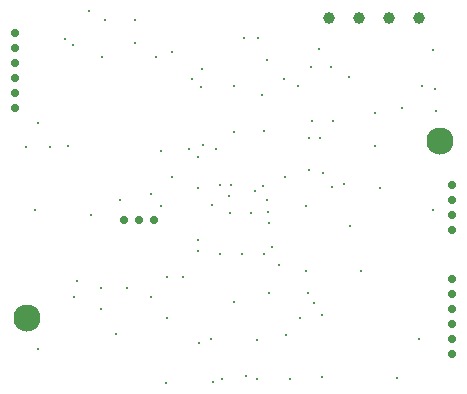
<source format=gbr>
%TF.GenerationSoftware,Altium Limited,Altium Designer,20.1.14 (287)*%
G04 Layer_Color=0*
%FSLAX45Y45*%
%MOMM*%
%TF.SameCoordinates,D919A4BC-3EF6-4BA5-801F-EB9C9E4D33F9*%
%TF.FilePolarity,Positive*%
%TF.FileFunction,Plated,1,4,PTH,Drill*%
%TF.Part,Single*%
G01*
G75*
%TA.AperFunction,ComponentDrill*%
%ADD107C,2.30000*%
%ADD108C,0.70000*%
%ADD109C,1.00000*%
%ADD110C,0.70000*%
%TA.AperFunction,ViaDrill,NotFilled*%
%ADD111C,0.30000*%
D107*
X3750000Y2200000D02*
D03*
X250000Y700000D02*
D03*
D108*
X150000Y2476701D02*
D03*
Y2603701D02*
D03*
Y2730701D02*
D03*
Y2857701D02*
D03*
Y2984701D02*
D03*
Y3111701D02*
D03*
X3850000Y1447825D02*
D03*
Y1574825D02*
D03*
Y1701825D02*
D03*
Y1828825D02*
D03*
Y396000D02*
D03*
Y523000D02*
D03*
Y650000D02*
D03*
Y777000D02*
D03*
Y904000D02*
D03*
Y1031000D02*
D03*
D109*
X3312371Y3239427D02*
D03*
X3058371D02*
D03*
X2804371D02*
D03*
X3566371D02*
D03*
D110*
X1327000Y1526274D02*
D03*
X1200000D02*
D03*
X1073000D02*
D03*
D111*
X3193871Y2153065D02*
D03*
X2829994Y1809996D02*
D03*
X2480000Y180000D02*
D03*
X3690000Y1610000D02*
D03*
X592500Y2157500D02*
D03*
X2145000Y1586274D02*
D03*
X2277138Y1694504D02*
D03*
X3711912Y2454585D02*
D03*
X2666391Y2364177D02*
D03*
X2547592Y2660000D02*
D03*
X2836721Y2364177D02*
D03*
X2000000Y2270148D02*
D03*
X1693784Y2058572D02*
D03*
X1853444Y2127509D02*
D03*
X1694752Y1799258D02*
D03*
X1881618Y1821618D02*
D03*
X1695114Y1360607D02*
D03*
X1700000Y1270000D02*
D03*
X1705783Y483915D02*
D03*
X1620000Y2130865D02*
D03*
X1740000Y2160000D02*
D03*
X1380000Y2113799D02*
D03*
X884216Y2905001D02*
D03*
X1161895Y3025000D02*
D03*
X2639273Y2223700D02*
D03*
X2756474Y1926334D02*
D03*
X2429995Y1889996D02*
D03*
X2175624Y1775625D02*
D03*
X2250000Y1820000D02*
D03*
X2607591Y1645500D02*
D03*
X2292456Y1600456D02*
D03*
X2980000Y1482000D02*
D03*
X2319995Y1299997D02*
D03*
X2379995Y1149998D02*
D03*
X2675000Y825000D02*
D03*
X1975000Y1825000D02*
D03*
X2750000Y725000D02*
D03*
X1300000Y1750000D02*
D03*
X1815000Y1654876D02*
D03*
X1968229Y1586274D02*
D03*
X2300000Y1500000D02*
D03*
X1880000Y1240000D02*
D03*
X1957406Y1728365D02*
D03*
X2255000Y1240000D02*
D03*
X1380000Y1650000D02*
D03*
X2070000Y1240000D02*
D03*
X1804794Y523379D02*
D03*
X319999Y1609997D02*
D03*
X2823370Y2825000D02*
D03*
X3596173Y2660827D02*
D03*
X1161895Y3225000D02*
D03*
X2283185Y2886626D02*
D03*
X2252251Y2282127D02*
D03*
X3570000Y520000D02*
D03*
X2607500Y1100000D02*
D03*
X2561771Y700000D02*
D03*
X2300000Y910000D02*
D03*
X2200000Y511972D02*
D03*
X1438500Y700000D02*
D03*
X1567500Y1050000D02*
D03*
X1039641Y1700000D02*
D03*
X775000Y3299216D02*
D03*
X640000Y3006552D02*
D03*
X570000Y3065000D02*
D03*
X907500Y3225000D02*
D03*
X1432500Y1050000D02*
D03*
X2203185Y3072627D02*
D03*
X2088185D02*
D03*
X2240000Y2585126D02*
D03*
X2972370Y2743326D02*
D03*
X3423871Y2475126D02*
D03*
X2930000Y1830000D02*
D03*
X3240000Y1800000D02*
D03*
X2000000Y836197D02*
D03*
X1820000Y160000D02*
D03*
X2630000Y910000D02*
D03*
X3080000Y1100000D02*
D03*
X3380000Y190000D02*
D03*
X340000Y440000D02*
D03*
X1000000Y566200D02*
D03*
X1340000Y2910000D02*
D03*
X1730000Y2810000D02*
D03*
X2000000Y2665333D02*
D03*
X1475000Y2955126D02*
D03*
X1650000Y2725000D02*
D03*
X1480000Y1890000D02*
D03*
X790000Y1570000D02*
D03*
X670000Y1010000D02*
D03*
X340000Y2350000D02*
D03*
X3700000Y2640000D02*
D03*
X3193871Y2435454D02*
D03*
X3690000Y2970000D02*
D03*
X2200000Y180000D02*
D03*
X2100000Y210000D02*
D03*
X1900000Y180000D02*
D03*
X2446056Y552348D02*
D03*
X2732864Y2224118D02*
D03*
X2650000Y2825000D02*
D03*
X2725000Y2975000D02*
D03*
X2639273Y1948700D02*
D03*
X2425000Y2725000D02*
D03*
X1725000Y2655000D02*
D03*
X240000Y2150000D02*
D03*
X440000D02*
D03*
X1425000Y150000D02*
D03*
X2750000Y200000D02*
D03*
X1300000Y875000D02*
D03*
X875000Y775000D02*
D03*
X1100000Y950000D02*
D03*
X650000Y875000D02*
D03*
X875000Y950000D02*
D03*
%TF.MD5,8e7c8148c4ad90b9ff04013faee2fb85*%
M02*

</source>
